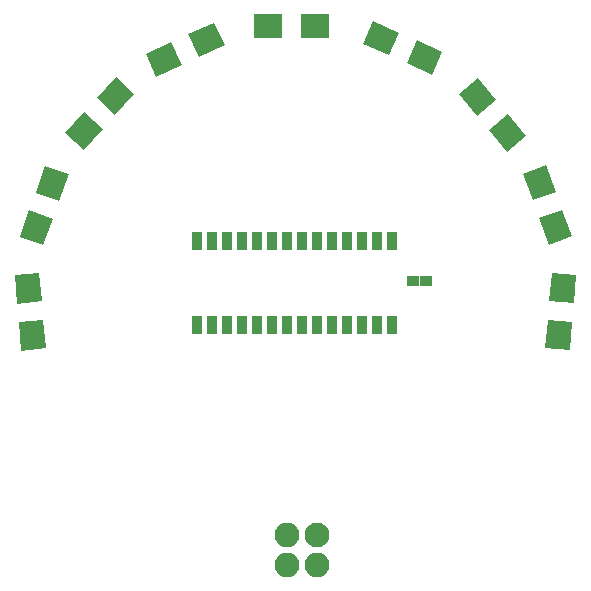
<source format=gbs>
G04 #@! TF.FileFunction,Soldermask,Bot*
%FSLAX46Y46*%
G04 Gerber Fmt 4.6, Leading zero omitted, Abs format (unit mm)*
G04 Created by KiCad (PCBNEW 4.0.7) date 06/01/18 20:47:04*
%MOMM*%
%LPD*%
G01*
G04 APERTURE LIST*
%ADD10C,0.100000*%
%ADD11C,2.100000*%
%ADD12O,2.100000X2.100000*%
%ADD13R,1.000000X0.900000*%
%ADD14R,2.400000X2.100000*%
%ADD15R,0.908000X1.543000*%
G04 APERTURE END LIST*
D10*
D11*
X100965000Y-120904000D03*
D12*
X100965000Y-123444000D03*
X98425000Y-120904000D03*
X98425000Y-123444000D03*
D13*
X109051000Y-99441000D03*
X110151000Y-99441000D03*
D10*
G36*
X111554419Y-80047534D02*
X110700272Y-81965980D01*
X108507763Y-80989812D01*
X109361910Y-79071366D01*
X111554419Y-80047534D01*
X111554419Y-80047534D01*
G37*
G36*
X107900237Y-78420588D02*
X107046090Y-80339034D01*
X104853581Y-79362866D01*
X105707728Y-77444420D01*
X107900237Y-78420588D01*
X107900237Y-78420588D01*
G37*
G36*
X75332298Y-98960891D02*
X77424307Y-98777864D01*
X77633480Y-101168731D01*
X75541471Y-101351758D01*
X75332298Y-98960891D01*
X75332298Y-98960891D01*
G37*
G36*
X75680920Y-102945669D02*
X77772929Y-102762642D01*
X77982102Y-105153509D01*
X75890093Y-105336536D01*
X75680920Y-102945669D01*
X75680920Y-102945669D01*
G37*
G36*
X77933387Y-89699463D02*
X79906741Y-90417705D01*
X79085893Y-92672967D01*
X77112539Y-91954725D01*
X77933387Y-89699463D01*
X77933387Y-89699463D01*
G37*
G36*
X76565307Y-93458233D02*
X78538661Y-94176475D01*
X77717813Y-96431737D01*
X75744459Y-95713495D01*
X76565307Y-93458233D01*
X76565307Y-93458233D01*
G37*
G36*
X83910916Y-82161749D02*
X85471520Y-83566923D01*
X83865606Y-85350471D01*
X82305002Y-83945297D01*
X83910916Y-82161749D01*
X83910916Y-82161749D01*
G37*
G36*
X81234394Y-85134329D02*
X82794998Y-86539503D01*
X81189084Y-88323051D01*
X79628480Y-86917877D01*
X81234394Y-85134329D01*
X81234394Y-85134329D01*
G37*
G36*
X92220036Y-77553598D02*
X93107535Y-79456844D01*
X90932396Y-80471128D01*
X90044897Y-78567882D01*
X92220036Y-77553598D01*
X92220036Y-77553598D01*
G37*
G36*
X88594804Y-79244072D02*
X89482303Y-81147318D01*
X87307164Y-82161602D01*
X86419665Y-80258356D01*
X88594804Y-79244072D01*
X88594804Y-79244072D01*
G37*
D14*
X100755200Y-77876400D03*
X96755200Y-77876400D03*
D10*
G36*
X118634467Y-87171215D02*
X117025773Y-88521069D01*
X115483083Y-86682563D01*
X117091777Y-85332709D01*
X118634467Y-87171215D01*
X118634467Y-87171215D01*
G37*
G36*
X116063317Y-84107037D02*
X114454623Y-85456891D01*
X112911933Y-83618385D01*
X114520627Y-82268531D01*
X116063317Y-84107037D01*
X116063317Y-84107037D01*
G37*
G36*
X122527941Y-95662695D02*
X120554587Y-96380937D01*
X119733739Y-94125675D01*
X121707093Y-93407433D01*
X122527941Y-95662695D01*
X122527941Y-95662695D01*
G37*
G36*
X121159861Y-91903925D02*
X119186507Y-92622167D01*
X118365659Y-90366905D01*
X120339013Y-89648663D01*
X121159861Y-91903925D01*
X121159861Y-91903925D01*
G37*
G36*
X122331507Y-105285736D02*
X120239498Y-105102709D01*
X120448671Y-102711842D01*
X122540680Y-102894869D01*
X122331507Y-105285736D01*
X122331507Y-105285736D01*
G37*
G36*
X122680129Y-101300958D02*
X120588120Y-101117931D01*
X120797293Y-98727064D01*
X122889302Y-98910091D01*
X122680129Y-101300958D01*
X122680129Y-101300958D01*
G37*
D15*
X90766900Y-96024700D03*
X92036900Y-96024700D03*
X93306900Y-96024700D03*
X94576900Y-96024700D03*
X95846900Y-96024700D03*
X97116900Y-96024700D03*
X98386900Y-96024700D03*
X99656900Y-96024700D03*
X100926900Y-96024700D03*
X102196900Y-96024700D03*
X103466900Y-96024700D03*
X104736900Y-96024700D03*
X106006900Y-96024700D03*
X107276900Y-96024700D03*
X107276900Y-103136700D03*
X106006900Y-103136700D03*
X104736900Y-103136700D03*
X103466900Y-103136700D03*
X102196900Y-103136700D03*
X100926900Y-103136700D03*
X99656900Y-103136700D03*
X98386900Y-103136700D03*
X97116900Y-103136700D03*
X95846900Y-103136700D03*
X94576900Y-103136700D03*
X93306900Y-103136700D03*
X92036900Y-103136700D03*
X90766900Y-103136700D03*
M02*

</source>
